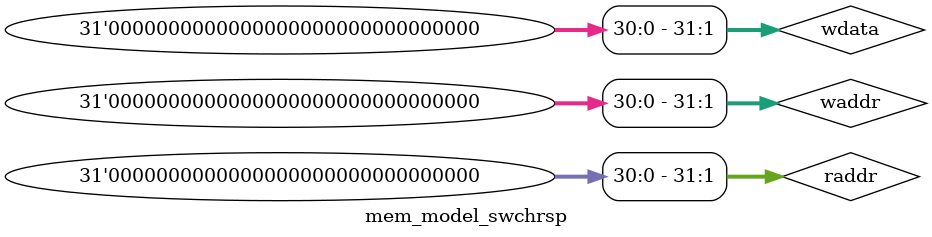
<source format=sv>


module mem_model_swchrsp(MEMIF_SWCHRSP.to_mem  memif,AXI_clks.to_rtl clks);

parameter DWIDTH = 32;
parameter AWIDTH = 32; 
parameter MEM_DEPTH = (1<<AWIDTH);

logic  [AWIDTH-1:0] waddr;
logic  [DWIDTH-1:0] wdata;
logic               write;
logic  [AWIDTH-1:0] raddr;
logic  [DWIDTH-1:0] rdata;

assign waddr          = memif.f0_waddr;
assign wdata          = memif.f0_wdata;
assign write          = memif.f0_write;
assign raddr          = memif.f0_raddr;
assign memif.f0_rdata = rdata;


reg [DWIDTH-1:0] mem[0:MEM_DEPTH-1];

logic [DWIDTH-1:0] m00,m01,m02,m03;
assign m00=mem[0];
assign m01=mem[1];
assign m02=mem[2];
assign m03=mem[3];

always @(*) begin
  rdata <= #1 mem[raddr];
end

always @(posedge(clks.clk)) begin
  if(write) begin
    mem[waddr]<=#1 wdata;
  end
end

endmodule

</source>
